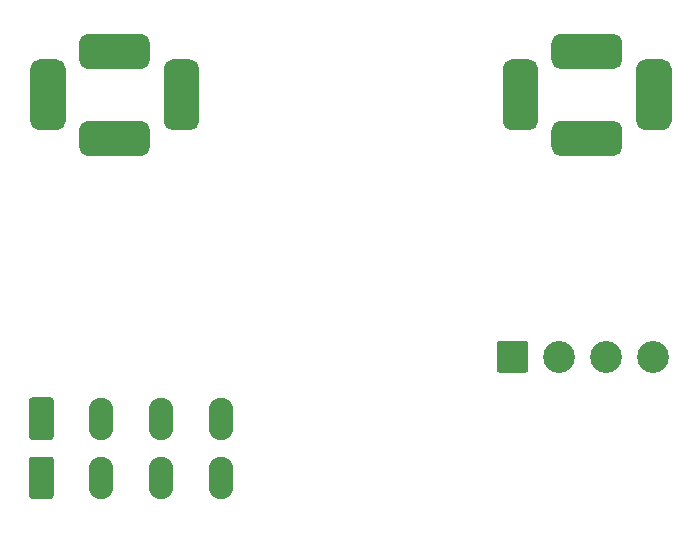
<source format=gbr>
%TF.GenerationSoftware,KiCad,Pcbnew,5.1.8-db9833491~88~ubuntu18.04.1*%
%TF.CreationDate,2020-12-18T15:57:36+01:00*%
%TF.ProjectId,Ingressi,496e6772-6573-4736-992e-6b696361645f,v1.0*%
%TF.SameCoordinates,Original*%
%TF.FileFunction,Soldermask,Bot*%
%TF.FilePolarity,Negative*%
%FSLAX46Y46*%
G04 Gerber Fmt 4.6, Leading zero omitted, Abs format (unit mm)*
G04 Created by KiCad (PCBNEW 5.1.8-db9833491~88~ubuntu18.04.1) date 2020-12-18 15:57:36*
%MOMM*%
%LPD*%
G01*
G04 APERTURE LIST*
%ADD10O,2.080000X3.600000*%
%ADD11C,2.700000*%
G04 APERTURE END LIST*
D10*
X58960000Y-82600000D03*
X53880000Y-82600000D03*
X64040000Y-82600000D03*
G36*
G01*
X47760000Y-84150001D02*
X47760000Y-81049999D01*
G75*
G02*
X48009999Y-80800000I249999J0D01*
G01*
X49590001Y-80800000D01*
G75*
G02*
X49840000Y-81049999I0J-249999D01*
G01*
X49840000Y-84150001D01*
G75*
G02*
X49590001Y-84400000I-249999J0D01*
G01*
X48009999Y-84400000D01*
G75*
G02*
X47760000Y-84150001I0J249999D01*
G01*
G37*
G36*
G01*
X47760000Y-79150001D02*
X47760000Y-76049999D01*
G75*
G02*
X48009999Y-75800000I249999J0D01*
G01*
X49590001Y-75800000D01*
G75*
G02*
X49840000Y-76049999I0J-249999D01*
G01*
X49840000Y-79150001D01*
G75*
G02*
X49590001Y-79400000I-249999J0D01*
G01*
X48009999Y-79400000D01*
G75*
G02*
X47760000Y-79150001I0J249999D01*
G01*
G37*
X53880000Y-77600000D03*
X64040000Y-77600000D03*
X58960000Y-77600000D03*
G36*
G01*
X102164200Y-47933000D02*
X102164200Y-52433000D01*
G75*
G02*
X101414200Y-53183000I-750000J0D01*
G01*
X99914200Y-53183000D01*
G75*
G02*
X99164200Y-52433000I0J750000D01*
G01*
X99164200Y-47933000D01*
G75*
G02*
X99914200Y-47183000I750000J0D01*
G01*
X101414200Y-47183000D01*
G75*
G02*
X102164200Y-47933000I0J-750000D01*
G01*
G37*
G36*
G01*
X92750000Y-52366000D02*
X97250000Y-52366000D01*
G75*
G02*
X98000000Y-53116000I0J-750000D01*
G01*
X98000000Y-54616000D01*
G75*
G02*
X97250000Y-55366000I-750000J0D01*
G01*
X92750000Y-55366000D01*
G75*
G02*
X92000000Y-54616000I0J750000D01*
G01*
X92000000Y-53116000D01*
G75*
G02*
X92750000Y-52366000I750000J0D01*
G01*
G37*
G36*
G01*
X90861200Y-47933000D02*
X90861200Y-52433000D01*
G75*
G02*
X90111200Y-53183000I-750000J0D01*
G01*
X88611200Y-53183000D01*
G75*
G02*
X87861200Y-52433000I0J750000D01*
G01*
X87861200Y-47933000D01*
G75*
G02*
X88611200Y-47183000I750000J0D01*
G01*
X90111200Y-47183000D01*
G75*
G02*
X90861200Y-47933000I0J-750000D01*
G01*
G37*
G36*
G01*
X97250000Y-48000000D02*
X92750000Y-48000000D01*
G75*
G02*
X92000000Y-47250000I0J750000D01*
G01*
X92000000Y-45750000D01*
G75*
G02*
X92750000Y-45000000I750000J0D01*
G01*
X97250000Y-45000000D01*
G75*
G02*
X98000000Y-45750000I0J-750000D01*
G01*
X98000000Y-47250000D01*
G75*
G02*
X97250000Y-48000000I-750000J0D01*
G01*
G37*
G36*
G01*
X62164200Y-47933000D02*
X62164200Y-52433000D01*
G75*
G02*
X61414200Y-53183000I-750000J0D01*
G01*
X59914200Y-53183000D01*
G75*
G02*
X59164200Y-52433000I0J750000D01*
G01*
X59164200Y-47933000D01*
G75*
G02*
X59914200Y-47183000I750000J0D01*
G01*
X61414200Y-47183000D01*
G75*
G02*
X62164200Y-47933000I0J-750000D01*
G01*
G37*
G36*
G01*
X52750000Y-52366000D02*
X57250000Y-52366000D01*
G75*
G02*
X58000000Y-53116000I0J-750000D01*
G01*
X58000000Y-54616000D01*
G75*
G02*
X57250000Y-55366000I-750000J0D01*
G01*
X52750000Y-55366000D01*
G75*
G02*
X52000000Y-54616000I0J750000D01*
G01*
X52000000Y-53116000D01*
G75*
G02*
X52750000Y-52366000I750000J0D01*
G01*
G37*
G36*
G01*
X50861200Y-47933000D02*
X50861200Y-52433000D01*
G75*
G02*
X50111200Y-53183000I-750000J0D01*
G01*
X48611200Y-53183000D01*
G75*
G02*
X47861200Y-52433000I0J750000D01*
G01*
X47861200Y-47933000D01*
G75*
G02*
X48611200Y-47183000I750000J0D01*
G01*
X50111200Y-47183000D01*
G75*
G02*
X50861200Y-47933000I0J-750000D01*
G01*
G37*
G36*
G01*
X57250000Y-48000000D02*
X52750000Y-48000000D01*
G75*
G02*
X52000000Y-47250000I0J750000D01*
G01*
X52000000Y-45750000D01*
G75*
G02*
X52750000Y-45000000I750000J0D01*
G01*
X57250000Y-45000000D01*
G75*
G02*
X58000000Y-45750000I0J-750000D01*
G01*
X58000000Y-47250000D01*
G75*
G02*
X57250000Y-48000000I-750000J0D01*
G01*
G37*
D11*
X100580000Y-72350000D03*
X96620000Y-72350000D03*
X92660000Y-72350000D03*
G36*
G01*
X87350000Y-73449999D02*
X87350000Y-71250001D01*
G75*
G02*
X87600001Y-71000000I250001J0D01*
G01*
X89799999Y-71000000D01*
G75*
G02*
X90050000Y-71250001I0J-250001D01*
G01*
X90050000Y-73449999D01*
G75*
G02*
X89799999Y-73700000I-250001J0D01*
G01*
X87600001Y-73700000D01*
G75*
G02*
X87350000Y-73449999I0J250001D01*
G01*
G37*
M02*

</source>
